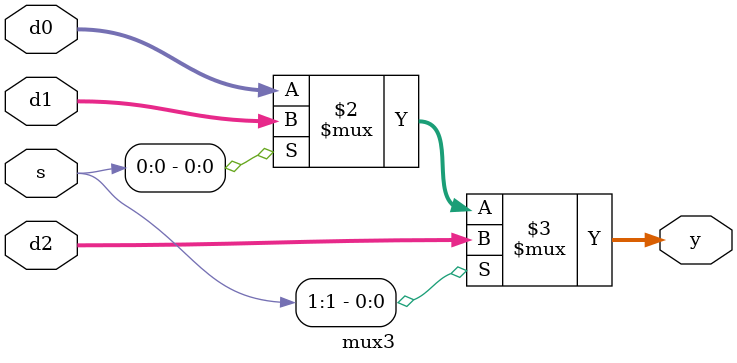
<source format=sv>

module regfile(input  logic        clk, 
               input  logic        we3, 
               input  logic [ 4:0] a1, a2, a3, 
               input  logic [31:0] wd3, 
               output logic [31:0] rd1, rd2);

  logic [31:0] rf[31:0];
  // read two ports combinationally
  // write third port on rising edge of clock
  // register 0 hardwired to 0

  always_ff @(posedge clk)
    if (we3) rf[a3] <= wd3;
    
  assign rd1 = (a1 != 0) ? rf[a1] : 0;
  assign rd2 = (a2 != 0) ? rf[a2] : 0;
endmodule

// ALU (with RVX10 extensions)
module alu(input  logic [31:0] a, b,
           input  logic [4:0]  alucontrol,
           output logic [31:0] result,
           output logic        zero);

  always_comb
      begin
        logic [4:0] shamt = b[4:0];
        
        case (alucontrol)
          // Standard ALU operations
          5'b00000: result = a + b;
          5'b00001: result = a - b;
          5'b00010: result = a & b;
          5'b00011: result = a | b;
          5'b00100: result = a ^ b;
          5'b00101: result = ($signed(a) < $signed(b)) ? 32'd1 : 32'd0; // slt
          5'b00110: result = a << shamt; // sll
          5'b00111: result = a >> shamt; // srl

          // New RVX10 Operations
          5'b01000: result = a & ~b; // ANDN
          5'b01001: result = a | ~b; // ORN
          5'b01010: result = ~(a ^ b); // XNOR
          5'b01011: result = ($signed(a) < $signed(b)) ? a : b; // MIN
          5'b01100: result = ($signed(a) > $signed(b)) ? a : b; // MAX
          5'b01101: result = (a < b) ? a : b; // MINU
          5'b01110: result = (a > b) ? a : b; // MAXU
          5'b01111: result = (shamt == 0) ? a : (a << shamt) | (a >> (32 - shamt)); // ROL
          5'b10000: result = (shamt == 0) ? a : (a >> shamt) | (a << (32 - shamt)); // ROR
          5'b10001: result = ($signed(a) >= 0) ? a : -a; // ABS
          
          default: result = 32'bx;
        endcase
      end
      
    assign zero = (result == 32'b0);
endmodule

// Simple Adder
module adder(input  [31:0] a, b,
             output [31:0] y);
  assign y = a + b;
endmodule

// Immediate Extender
module extend(input  logic [31:7] instr,
              input  logic [1:0]  immsrc,
              output logic [31:0] immext);
              
  assign immext =
    (immsrc == 2'b00) ? {{20{instr[31]}}, instr[31:20]} :                           // I-type
    (immsrc == 2'b01) ? {{20{instr[31]}}, instr[31:25], instr[11:7]} :              // S-type
    (immsrc == 2'b10) ? {{20{instr[31]}}, instr[7], instr[30:25], instr[11:8], 1'b0} : // B-type
    (immsrc == 2'b11) ? {{12{instr[31]}}, instr[19:12], instr[20], instr[30:21], 1'b0} : // J-type
    32'bx; // Default case
endmodule

// Parameterized Register (will be used for pipeline registers)
module flopr #(parameter WIDTH = 8)
              (input  logic             clk, reset,
               input  logic [WIDTH-1:0] d, 
               output logic [WIDTH-1:0] q);
               
  always_ff @(posedge clk, posedge reset)
    if (reset) q <= 0;
    else       q <= d;
endmodule

// 2-input Multiplexer
module mux2 #(parameter WIDTH = 8)
             (input  logic [WIDTH-1:0] d0, d1, 
              input  logic             s, 
              output logic [WIDTH-1:0] y);
  assign y = s ? d1 : d0; 
endmodule

// 3-input Multiplexer
module mux3 #(parameter WIDTH = 8)
             (input  logic [WIDTH-1:0] d0, d1, d2,
              input  logic [1:0]       s, 
              output logic [WIDTH-1:0] y);
  assign y = s[1] ? d2 : (s[0] ? d1 : d0);
endmodule
</source>
